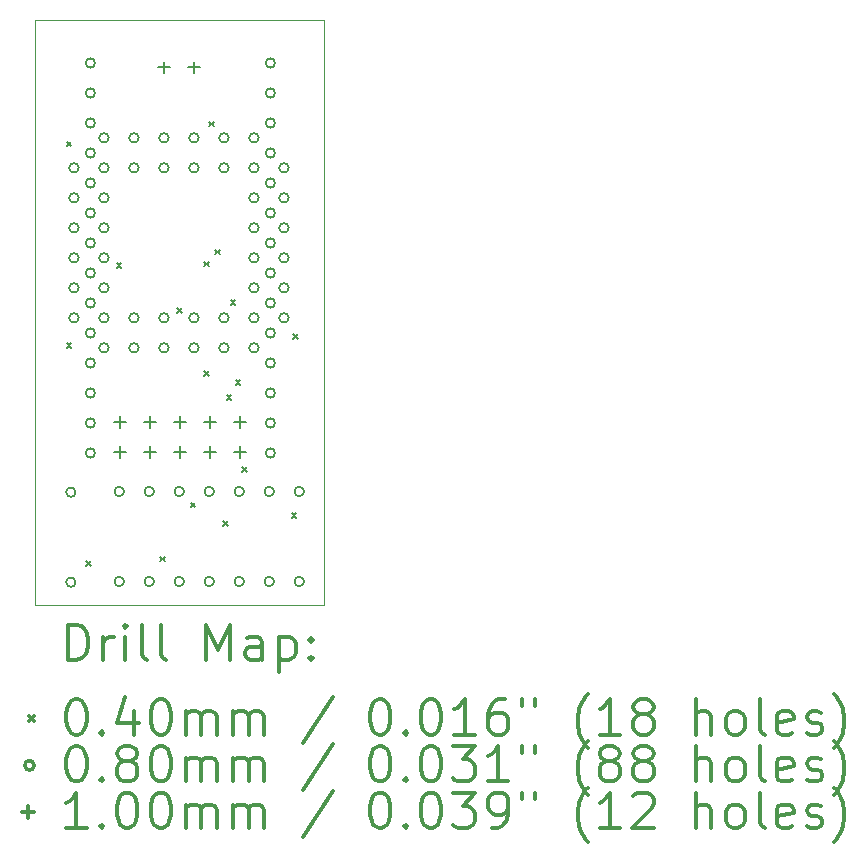
<source format=gbr>
%FSLAX45Y45*%
G04 Gerber Fmt 4.5, Leading zero omitted, Abs format (unit mm)*
G04 Created by KiCad (PCBNEW (5.1.9)-1) date 2024-03-30 13:17:29*
%MOMM*%
%LPD*%
G01*
G04 APERTURE LIST*
%TA.AperFunction,Profile*%
%ADD10C,0.050000*%
%TD*%
%ADD11C,0.200000*%
%ADD12C,0.300000*%
G04 APERTURE END LIST*
D10*
X16000000Y-9900000D02*
X13550000Y-9900000D01*
X16000000Y-14850000D02*
X16000000Y-9900000D01*
X13550000Y-14850000D02*
X16000000Y-14850000D01*
X13550000Y-9900000D02*
X13550000Y-14850000D01*
D11*
X13822680Y-12632370D02*
X13862680Y-12672370D01*
X13862680Y-12632370D02*
X13822680Y-12672370D01*
X13822830Y-10927850D02*
X13862830Y-10967850D01*
X13862830Y-10927850D02*
X13822830Y-10967850D01*
X13985000Y-14482500D02*
X14025000Y-14522500D01*
X14025000Y-14482500D02*
X13985000Y-14522500D01*
X14245000Y-11954050D02*
X14285000Y-11994050D01*
X14285000Y-11954050D02*
X14245000Y-11994050D01*
X14615000Y-14442500D02*
X14655000Y-14482500D01*
X14655000Y-14442500D02*
X14615000Y-14482500D01*
X14758170Y-12335780D02*
X14798170Y-12375780D01*
X14798170Y-12335780D02*
X14758170Y-12375780D01*
X14872500Y-13985000D02*
X14912500Y-14025000D01*
X14912500Y-13985000D02*
X14872500Y-14025000D01*
X14983660Y-11942800D02*
X15023660Y-11982800D01*
X15023660Y-11942800D02*
X14983660Y-11982800D01*
X14987500Y-12872500D02*
X15027500Y-12912500D01*
X15027500Y-12872500D02*
X14987500Y-12912500D01*
X15028710Y-10757420D02*
X15068710Y-10797420D01*
X15068710Y-10757420D02*
X15028710Y-10797420D01*
X15080270Y-11841740D02*
X15120270Y-11881740D01*
X15120270Y-11841740D02*
X15080270Y-11881740D01*
X15147500Y-14142500D02*
X15187500Y-14182500D01*
X15187500Y-14142500D02*
X15147500Y-14182500D01*
X15177500Y-13072500D02*
X15217500Y-13112500D01*
X15217500Y-13072500D02*
X15177500Y-13112500D01*
X15209320Y-12268200D02*
X15249320Y-12308200D01*
X15249320Y-12268200D02*
X15209320Y-12308200D01*
X15252500Y-12947500D02*
X15292500Y-12987500D01*
X15292500Y-12947500D02*
X15252500Y-12987500D01*
X15305000Y-13685497D02*
X15345000Y-13725497D01*
X15345000Y-13685497D02*
X15305000Y-13725497D01*
X15727500Y-14072500D02*
X15767500Y-14112500D01*
X15767500Y-14072500D02*
X15727500Y-14112500D01*
X15740910Y-12560040D02*
X15780910Y-12600040D01*
X15780910Y-12560040D02*
X15740910Y-12600040D01*
X13897500Y-13895500D02*
G75*
G03*
X13897500Y-13895500I-40000J0D01*
G01*
X13897500Y-14657500D02*
G75*
G03*
X13897500Y-14657500I-40000J0D01*
G01*
X13924000Y-11150000D02*
G75*
G03*
X13924000Y-11150000I-40000J0D01*
G01*
X13924000Y-11404000D02*
G75*
G03*
X13924000Y-11404000I-40000J0D01*
G01*
X13924000Y-11658000D02*
G75*
G03*
X13924000Y-11658000I-40000J0D01*
G01*
X13924000Y-11912000D02*
G75*
G03*
X13924000Y-11912000I-40000J0D01*
G01*
X13924000Y-12166000D02*
G75*
G03*
X13924000Y-12166000I-40000J0D01*
G01*
X13924000Y-12420000D02*
G75*
G03*
X13924000Y-12420000I-40000J0D01*
G01*
X14062760Y-10261700D02*
G75*
G03*
X14062760Y-10261700I-40000J0D01*
G01*
X14062760Y-10515700D02*
G75*
G03*
X14062760Y-10515700I-40000J0D01*
G01*
X14062760Y-10769700D02*
G75*
G03*
X14062760Y-10769700I-40000J0D01*
G01*
X14062760Y-11023700D02*
G75*
G03*
X14062760Y-11023700I-40000J0D01*
G01*
X14062760Y-11277700D02*
G75*
G03*
X14062760Y-11277700I-40000J0D01*
G01*
X14062760Y-11531700D02*
G75*
G03*
X14062760Y-11531700I-40000J0D01*
G01*
X14062760Y-11785700D02*
G75*
G03*
X14062760Y-11785700I-40000J0D01*
G01*
X14062760Y-12039700D02*
G75*
G03*
X14062760Y-12039700I-40000J0D01*
G01*
X14062760Y-12293700D02*
G75*
G03*
X14062760Y-12293700I-40000J0D01*
G01*
X14062760Y-12547700D02*
G75*
G03*
X14062760Y-12547700I-40000J0D01*
G01*
X14062760Y-12801700D02*
G75*
G03*
X14062760Y-12801700I-40000J0D01*
G01*
X14062760Y-13055700D02*
G75*
G03*
X14062760Y-13055700I-40000J0D01*
G01*
X14062760Y-13309700D02*
G75*
G03*
X14062760Y-13309700I-40000J0D01*
G01*
X14062760Y-13563700D02*
G75*
G03*
X14062760Y-13563700I-40000J0D01*
G01*
X14178000Y-10896000D02*
G75*
G03*
X14178000Y-10896000I-40000J0D01*
G01*
X14178000Y-11150000D02*
G75*
G03*
X14178000Y-11150000I-40000J0D01*
G01*
X14178000Y-11404000D02*
G75*
G03*
X14178000Y-11404000I-40000J0D01*
G01*
X14178000Y-11658000D02*
G75*
G03*
X14178000Y-11658000I-40000J0D01*
G01*
X14178000Y-11912000D02*
G75*
G03*
X14178000Y-11912000I-40000J0D01*
G01*
X14178000Y-12166000D02*
G75*
G03*
X14178000Y-12166000I-40000J0D01*
G01*
X14178000Y-12420000D02*
G75*
G03*
X14178000Y-12420000I-40000J0D01*
G01*
X14178000Y-12674000D02*
G75*
G03*
X14178000Y-12674000I-40000J0D01*
G01*
X14307500Y-13890500D02*
G75*
G03*
X14307500Y-13890500I-40000J0D01*
G01*
X14307500Y-14652500D02*
G75*
G03*
X14307500Y-14652500I-40000J0D01*
G01*
X14432000Y-10896000D02*
G75*
G03*
X14432000Y-10896000I-40000J0D01*
G01*
X14432000Y-11150000D02*
G75*
G03*
X14432000Y-11150000I-40000J0D01*
G01*
X14432000Y-12420000D02*
G75*
G03*
X14432000Y-12420000I-40000J0D01*
G01*
X14432000Y-12674000D02*
G75*
G03*
X14432000Y-12674000I-40000J0D01*
G01*
X14561500Y-13890500D02*
G75*
G03*
X14561500Y-13890500I-40000J0D01*
G01*
X14561500Y-14652500D02*
G75*
G03*
X14561500Y-14652500I-40000J0D01*
G01*
X14686000Y-10896000D02*
G75*
G03*
X14686000Y-10896000I-40000J0D01*
G01*
X14686000Y-11150000D02*
G75*
G03*
X14686000Y-11150000I-40000J0D01*
G01*
X14686000Y-12420000D02*
G75*
G03*
X14686000Y-12420000I-40000J0D01*
G01*
X14686000Y-12674000D02*
G75*
G03*
X14686000Y-12674000I-40000J0D01*
G01*
X14815500Y-13890500D02*
G75*
G03*
X14815500Y-13890500I-40000J0D01*
G01*
X14815500Y-14652500D02*
G75*
G03*
X14815500Y-14652500I-40000J0D01*
G01*
X14940000Y-10896000D02*
G75*
G03*
X14940000Y-10896000I-40000J0D01*
G01*
X14940000Y-11150000D02*
G75*
G03*
X14940000Y-11150000I-40000J0D01*
G01*
X14940000Y-12420000D02*
G75*
G03*
X14940000Y-12420000I-40000J0D01*
G01*
X14940000Y-12674000D02*
G75*
G03*
X14940000Y-12674000I-40000J0D01*
G01*
X15069500Y-13890500D02*
G75*
G03*
X15069500Y-13890500I-40000J0D01*
G01*
X15069500Y-14652500D02*
G75*
G03*
X15069500Y-14652500I-40000J0D01*
G01*
X15194000Y-10896000D02*
G75*
G03*
X15194000Y-10896000I-40000J0D01*
G01*
X15194000Y-11150000D02*
G75*
G03*
X15194000Y-11150000I-40000J0D01*
G01*
X15194000Y-12420000D02*
G75*
G03*
X15194000Y-12420000I-40000J0D01*
G01*
X15194000Y-12674000D02*
G75*
G03*
X15194000Y-12674000I-40000J0D01*
G01*
X15323500Y-13890500D02*
G75*
G03*
X15323500Y-13890500I-40000J0D01*
G01*
X15323500Y-14652500D02*
G75*
G03*
X15323500Y-14652500I-40000J0D01*
G01*
X15448000Y-10896000D02*
G75*
G03*
X15448000Y-10896000I-40000J0D01*
G01*
X15448000Y-11150000D02*
G75*
G03*
X15448000Y-11150000I-40000J0D01*
G01*
X15448000Y-11404000D02*
G75*
G03*
X15448000Y-11404000I-40000J0D01*
G01*
X15448000Y-11658000D02*
G75*
G03*
X15448000Y-11658000I-40000J0D01*
G01*
X15448000Y-11912000D02*
G75*
G03*
X15448000Y-11912000I-40000J0D01*
G01*
X15448000Y-12166000D02*
G75*
G03*
X15448000Y-12166000I-40000J0D01*
G01*
X15448000Y-12420000D02*
G75*
G03*
X15448000Y-12420000I-40000J0D01*
G01*
X15448000Y-12674000D02*
G75*
G03*
X15448000Y-12674000I-40000J0D01*
G01*
X15577500Y-13890500D02*
G75*
G03*
X15577500Y-13890500I-40000J0D01*
G01*
X15577500Y-14652500D02*
G75*
G03*
X15577500Y-14652500I-40000J0D01*
G01*
X15586760Y-10261700D02*
G75*
G03*
X15586760Y-10261700I-40000J0D01*
G01*
X15586760Y-10515700D02*
G75*
G03*
X15586760Y-10515700I-40000J0D01*
G01*
X15586760Y-10769700D02*
G75*
G03*
X15586760Y-10769700I-40000J0D01*
G01*
X15586760Y-11023700D02*
G75*
G03*
X15586760Y-11023700I-40000J0D01*
G01*
X15586760Y-11277700D02*
G75*
G03*
X15586760Y-11277700I-40000J0D01*
G01*
X15586760Y-11531700D02*
G75*
G03*
X15586760Y-11531700I-40000J0D01*
G01*
X15586760Y-11785700D02*
G75*
G03*
X15586760Y-11785700I-40000J0D01*
G01*
X15586760Y-12039700D02*
G75*
G03*
X15586760Y-12039700I-40000J0D01*
G01*
X15586760Y-12293700D02*
G75*
G03*
X15586760Y-12293700I-40000J0D01*
G01*
X15586760Y-12547700D02*
G75*
G03*
X15586760Y-12547700I-40000J0D01*
G01*
X15586760Y-12801700D02*
G75*
G03*
X15586760Y-12801700I-40000J0D01*
G01*
X15586760Y-13055700D02*
G75*
G03*
X15586760Y-13055700I-40000J0D01*
G01*
X15586760Y-13309700D02*
G75*
G03*
X15586760Y-13309700I-40000J0D01*
G01*
X15586760Y-13563700D02*
G75*
G03*
X15586760Y-13563700I-40000J0D01*
G01*
X15702000Y-11150000D02*
G75*
G03*
X15702000Y-11150000I-40000J0D01*
G01*
X15702000Y-11404000D02*
G75*
G03*
X15702000Y-11404000I-40000J0D01*
G01*
X15702000Y-11658000D02*
G75*
G03*
X15702000Y-11658000I-40000J0D01*
G01*
X15702000Y-11912000D02*
G75*
G03*
X15702000Y-11912000I-40000J0D01*
G01*
X15702000Y-12166000D02*
G75*
G03*
X15702000Y-12166000I-40000J0D01*
G01*
X15702000Y-12420000D02*
G75*
G03*
X15702000Y-12420000I-40000J0D01*
G01*
X15831500Y-13890500D02*
G75*
G03*
X15831500Y-13890500I-40000J0D01*
G01*
X15831500Y-14652500D02*
G75*
G03*
X15831500Y-14652500I-40000J0D01*
G01*
X14271000Y-13250000D02*
X14271000Y-13350000D01*
X14221000Y-13300000D02*
X14321000Y-13300000D01*
X14271000Y-13504000D02*
X14271000Y-13604000D01*
X14221000Y-13554000D02*
X14321000Y-13554000D01*
X14525000Y-13250000D02*
X14525000Y-13350000D01*
X14475000Y-13300000D02*
X14575000Y-13300000D01*
X14525000Y-13504000D02*
X14525000Y-13604000D01*
X14475000Y-13554000D02*
X14575000Y-13554000D01*
X14646000Y-10250000D02*
X14646000Y-10350000D01*
X14596000Y-10300000D02*
X14696000Y-10300000D01*
X14779000Y-13250000D02*
X14779000Y-13350000D01*
X14729000Y-13300000D02*
X14829000Y-13300000D01*
X14779000Y-13504000D02*
X14779000Y-13604000D01*
X14729000Y-13554000D02*
X14829000Y-13554000D01*
X14900000Y-10250000D02*
X14900000Y-10350000D01*
X14850000Y-10300000D02*
X14950000Y-10300000D01*
X15033000Y-13250000D02*
X15033000Y-13350000D01*
X14983000Y-13300000D02*
X15083000Y-13300000D01*
X15033000Y-13504000D02*
X15033000Y-13604000D01*
X14983000Y-13554000D02*
X15083000Y-13554000D01*
X15287000Y-13250000D02*
X15287000Y-13350000D01*
X15237000Y-13300000D02*
X15337000Y-13300000D01*
X15287000Y-13504000D02*
X15287000Y-13604000D01*
X15237000Y-13554000D02*
X15337000Y-13554000D01*
D12*
X13833928Y-15318214D02*
X13833928Y-15018214D01*
X13905357Y-15018214D01*
X13948214Y-15032500D01*
X13976786Y-15061071D01*
X13991071Y-15089643D01*
X14005357Y-15146786D01*
X14005357Y-15189643D01*
X13991071Y-15246786D01*
X13976786Y-15275357D01*
X13948214Y-15303929D01*
X13905357Y-15318214D01*
X13833928Y-15318214D01*
X14133928Y-15318214D02*
X14133928Y-15118214D01*
X14133928Y-15175357D02*
X14148214Y-15146786D01*
X14162500Y-15132500D01*
X14191071Y-15118214D01*
X14219643Y-15118214D01*
X14319643Y-15318214D02*
X14319643Y-15118214D01*
X14319643Y-15018214D02*
X14305357Y-15032500D01*
X14319643Y-15046786D01*
X14333928Y-15032500D01*
X14319643Y-15018214D01*
X14319643Y-15046786D01*
X14505357Y-15318214D02*
X14476786Y-15303929D01*
X14462500Y-15275357D01*
X14462500Y-15018214D01*
X14662500Y-15318214D02*
X14633928Y-15303929D01*
X14619643Y-15275357D01*
X14619643Y-15018214D01*
X15005357Y-15318214D02*
X15005357Y-15018214D01*
X15105357Y-15232500D01*
X15205357Y-15018214D01*
X15205357Y-15318214D01*
X15476786Y-15318214D02*
X15476786Y-15161071D01*
X15462500Y-15132500D01*
X15433928Y-15118214D01*
X15376786Y-15118214D01*
X15348214Y-15132500D01*
X15476786Y-15303929D02*
X15448214Y-15318214D01*
X15376786Y-15318214D01*
X15348214Y-15303929D01*
X15333928Y-15275357D01*
X15333928Y-15246786D01*
X15348214Y-15218214D01*
X15376786Y-15203929D01*
X15448214Y-15203929D01*
X15476786Y-15189643D01*
X15619643Y-15118214D02*
X15619643Y-15418214D01*
X15619643Y-15132500D02*
X15648214Y-15118214D01*
X15705357Y-15118214D01*
X15733928Y-15132500D01*
X15748214Y-15146786D01*
X15762500Y-15175357D01*
X15762500Y-15261071D01*
X15748214Y-15289643D01*
X15733928Y-15303929D01*
X15705357Y-15318214D01*
X15648214Y-15318214D01*
X15619643Y-15303929D01*
X15891071Y-15289643D02*
X15905357Y-15303929D01*
X15891071Y-15318214D01*
X15876786Y-15303929D01*
X15891071Y-15289643D01*
X15891071Y-15318214D01*
X15891071Y-15132500D02*
X15905357Y-15146786D01*
X15891071Y-15161071D01*
X15876786Y-15146786D01*
X15891071Y-15132500D01*
X15891071Y-15161071D01*
X13507500Y-15792500D02*
X13547500Y-15832500D01*
X13547500Y-15792500D02*
X13507500Y-15832500D01*
X13891071Y-15648214D02*
X13919643Y-15648214D01*
X13948214Y-15662500D01*
X13962500Y-15676786D01*
X13976786Y-15705357D01*
X13991071Y-15762500D01*
X13991071Y-15833929D01*
X13976786Y-15891071D01*
X13962500Y-15919643D01*
X13948214Y-15933929D01*
X13919643Y-15948214D01*
X13891071Y-15948214D01*
X13862500Y-15933929D01*
X13848214Y-15919643D01*
X13833928Y-15891071D01*
X13819643Y-15833929D01*
X13819643Y-15762500D01*
X13833928Y-15705357D01*
X13848214Y-15676786D01*
X13862500Y-15662500D01*
X13891071Y-15648214D01*
X14119643Y-15919643D02*
X14133928Y-15933929D01*
X14119643Y-15948214D01*
X14105357Y-15933929D01*
X14119643Y-15919643D01*
X14119643Y-15948214D01*
X14391071Y-15748214D02*
X14391071Y-15948214D01*
X14319643Y-15633929D02*
X14248214Y-15848214D01*
X14433928Y-15848214D01*
X14605357Y-15648214D02*
X14633928Y-15648214D01*
X14662500Y-15662500D01*
X14676786Y-15676786D01*
X14691071Y-15705357D01*
X14705357Y-15762500D01*
X14705357Y-15833929D01*
X14691071Y-15891071D01*
X14676786Y-15919643D01*
X14662500Y-15933929D01*
X14633928Y-15948214D01*
X14605357Y-15948214D01*
X14576786Y-15933929D01*
X14562500Y-15919643D01*
X14548214Y-15891071D01*
X14533928Y-15833929D01*
X14533928Y-15762500D01*
X14548214Y-15705357D01*
X14562500Y-15676786D01*
X14576786Y-15662500D01*
X14605357Y-15648214D01*
X14833928Y-15948214D02*
X14833928Y-15748214D01*
X14833928Y-15776786D02*
X14848214Y-15762500D01*
X14876786Y-15748214D01*
X14919643Y-15748214D01*
X14948214Y-15762500D01*
X14962500Y-15791071D01*
X14962500Y-15948214D01*
X14962500Y-15791071D02*
X14976786Y-15762500D01*
X15005357Y-15748214D01*
X15048214Y-15748214D01*
X15076786Y-15762500D01*
X15091071Y-15791071D01*
X15091071Y-15948214D01*
X15233928Y-15948214D02*
X15233928Y-15748214D01*
X15233928Y-15776786D02*
X15248214Y-15762500D01*
X15276786Y-15748214D01*
X15319643Y-15748214D01*
X15348214Y-15762500D01*
X15362500Y-15791071D01*
X15362500Y-15948214D01*
X15362500Y-15791071D02*
X15376786Y-15762500D01*
X15405357Y-15748214D01*
X15448214Y-15748214D01*
X15476786Y-15762500D01*
X15491071Y-15791071D01*
X15491071Y-15948214D01*
X16076786Y-15633929D02*
X15819643Y-16019643D01*
X16462500Y-15648214D02*
X16491071Y-15648214D01*
X16519643Y-15662500D01*
X16533928Y-15676786D01*
X16548214Y-15705357D01*
X16562500Y-15762500D01*
X16562500Y-15833929D01*
X16548214Y-15891071D01*
X16533928Y-15919643D01*
X16519643Y-15933929D01*
X16491071Y-15948214D01*
X16462500Y-15948214D01*
X16433928Y-15933929D01*
X16419643Y-15919643D01*
X16405357Y-15891071D01*
X16391071Y-15833929D01*
X16391071Y-15762500D01*
X16405357Y-15705357D01*
X16419643Y-15676786D01*
X16433928Y-15662500D01*
X16462500Y-15648214D01*
X16691071Y-15919643D02*
X16705357Y-15933929D01*
X16691071Y-15948214D01*
X16676786Y-15933929D01*
X16691071Y-15919643D01*
X16691071Y-15948214D01*
X16891071Y-15648214D02*
X16919643Y-15648214D01*
X16948214Y-15662500D01*
X16962500Y-15676786D01*
X16976786Y-15705357D01*
X16991071Y-15762500D01*
X16991071Y-15833929D01*
X16976786Y-15891071D01*
X16962500Y-15919643D01*
X16948214Y-15933929D01*
X16919643Y-15948214D01*
X16891071Y-15948214D01*
X16862500Y-15933929D01*
X16848214Y-15919643D01*
X16833928Y-15891071D01*
X16819643Y-15833929D01*
X16819643Y-15762500D01*
X16833928Y-15705357D01*
X16848214Y-15676786D01*
X16862500Y-15662500D01*
X16891071Y-15648214D01*
X17276786Y-15948214D02*
X17105357Y-15948214D01*
X17191071Y-15948214D02*
X17191071Y-15648214D01*
X17162500Y-15691071D01*
X17133928Y-15719643D01*
X17105357Y-15733929D01*
X17533928Y-15648214D02*
X17476786Y-15648214D01*
X17448214Y-15662500D01*
X17433928Y-15676786D01*
X17405357Y-15719643D01*
X17391071Y-15776786D01*
X17391071Y-15891071D01*
X17405357Y-15919643D01*
X17419643Y-15933929D01*
X17448214Y-15948214D01*
X17505357Y-15948214D01*
X17533928Y-15933929D01*
X17548214Y-15919643D01*
X17562500Y-15891071D01*
X17562500Y-15819643D01*
X17548214Y-15791071D01*
X17533928Y-15776786D01*
X17505357Y-15762500D01*
X17448214Y-15762500D01*
X17419643Y-15776786D01*
X17405357Y-15791071D01*
X17391071Y-15819643D01*
X17676786Y-15648214D02*
X17676786Y-15705357D01*
X17791071Y-15648214D02*
X17791071Y-15705357D01*
X18233928Y-16062500D02*
X18219643Y-16048214D01*
X18191071Y-16005357D01*
X18176786Y-15976786D01*
X18162500Y-15933929D01*
X18148214Y-15862500D01*
X18148214Y-15805357D01*
X18162500Y-15733929D01*
X18176786Y-15691071D01*
X18191071Y-15662500D01*
X18219643Y-15619643D01*
X18233928Y-15605357D01*
X18505357Y-15948214D02*
X18333928Y-15948214D01*
X18419643Y-15948214D02*
X18419643Y-15648214D01*
X18391071Y-15691071D01*
X18362500Y-15719643D01*
X18333928Y-15733929D01*
X18676786Y-15776786D02*
X18648214Y-15762500D01*
X18633928Y-15748214D01*
X18619643Y-15719643D01*
X18619643Y-15705357D01*
X18633928Y-15676786D01*
X18648214Y-15662500D01*
X18676786Y-15648214D01*
X18733928Y-15648214D01*
X18762500Y-15662500D01*
X18776786Y-15676786D01*
X18791071Y-15705357D01*
X18791071Y-15719643D01*
X18776786Y-15748214D01*
X18762500Y-15762500D01*
X18733928Y-15776786D01*
X18676786Y-15776786D01*
X18648214Y-15791071D01*
X18633928Y-15805357D01*
X18619643Y-15833929D01*
X18619643Y-15891071D01*
X18633928Y-15919643D01*
X18648214Y-15933929D01*
X18676786Y-15948214D01*
X18733928Y-15948214D01*
X18762500Y-15933929D01*
X18776786Y-15919643D01*
X18791071Y-15891071D01*
X18791071Y-15833929D01*
X18776786Y-15805357D01*
X18762500Y-15791071D01*
X18733928Y-15776786D01*
X19148214Y-15948214D02*
X19148214Y-15648214D01*
X19276786Y-15948214D02*
X19276786Y-15791071D01*
X19262500Y-15762500D01*
X19233928Y-15748214D01*
X19191071Y-15748214D01*
X19162500Y-15762500D01*
X19148214Y-15776786D01*
X19462500Y-15948214D02*
X19433928Y-15933929D01*
X19419643Y-15919643D01*
X19405357Y-15891071D01*
X19405357Y-15805357D01*
X19419643Y-15776786D01*
X19433928Y-15762500D01*
X19462500Y-15748214D01*
X19505357Y-15748214D01*
X19533928Y-15762500D01*
X19548214Y-15776786D01*
X19562500Y-15805357D01*
X19562500Y-15891071D01*
X19548214Y-15919643D01*
X19533928Y-15933929D01*
X19505357Y-15948214D01*
X19462500Y-15948214D01*
X19733928Y-15948214D02*
X19705357Y-15933929D01*
X19691071Y-15905357D01*
X19691071Y-15648214D01*
X19962500Y-15933929D02*
X19933928Y-15948214D01*
X19876786Y-15948214D01*
X19848214Y-15933929D01*
X19833928Y-15905357D01*
X19833928Y-15791071D01*
X19848214Y-15762500D01*
X19876786Y-15748214D01*
X19933928Y-15748214D01*
X19962500Y-15762500D01*
X19976786Y-15791071D01*
X19976786Y-15819643D01*
X19833928Y-15848214D01*
X20091071Y-15933929D02*
X20119643Y-15948214D01*
X20176786Y-15948214D01*
X20205357Y-15933929D01*
X20219643Y-15905357D01*
X20219643Y-15891071D01*
X20205357Y-15862500D01*
X20176786Y-15848214D01*
X20133928Y-15848214D01*
X20105357Y-15833929D01*
X20091071Y-15805357D01*
X20091071Y-15791071D01*
X20105357Y-15762500D01*
X20133928Y-15748214D01*
X20176786Y-15748214D01*
X20205357Y-15762500D01*
X20319643Y-16062500D02*
X20333928Y-16048214D01*
X20362500Y-16005357D01*
X20376786Y-15976786D01*
X20391071Y-15933929D01*
X20405357Y-15862500D01*
X20405357Y-15805357D01*
X20391071Y-15733929D01*
X20376786Y-15691071D01*
X20362500Y-15662500D01*
X20333928Y-15619643D01*
X20319643Y-15605357D01*
X13547500Y-16208500D02*
G75*
G03*
X13547500Y-16208500I-40000J0D01*
G01*
X13891071Y-16044214D02*
X13919643Y-16044214D01*
X13948214Y-16058500D01*
X13962500Y-16072786D01*
X13976786Y-16101357D01*
X13991071Y-16158500D01*
X13991071Y-16229929D01*
X13976786Y-16287071D01*
X13962500Y-16315643D01*
X13948214Y-16329929D01*
X13919643Y-16344214D01*
X13891071Y-16344214D01*
X13862500Y-16329929D01*
X13848214Y-16315643D01*
X13833928Y-16287071D01*
X13819643Y-16229929D01*
X13819643Y-16158500D01*
X13833928Y-16101357D01*
X13848214Y-16072786D01*
X13862500Y-16058500D01*
X13891071Y-16044214D01*
X14119643Y-16315643D02*
X14133928Y-16329929D01*
X14119643Y-16344214D01*
X14105357Y-16329929D01*
X14119643Y-16315643D01*
X14119643Y-16344214D01*
X14305357Y-16172786D02*
X14276786Y-16158500D01*
X14262500Y-16144214D01*
X14248214Y-16115643D01*
X14248214Y-16101357D01*
X14262500Y-16072786D01*
X14276786Y-16058500D01*
X14305357Y-16044214D01*
X14362500Y-16044214D01*
X14391071Y-16058500D01*
X14405357Y-16072786D01*
X14419643Y-16101357D01*
X14419643Y-16115643D01*
X14405357Y-16144214D01*
X14391071Y-16158500D01*
X14362500Y-16172786D01*
X14305357Y-16172786D01*
X14276786Y-16187071D01*
X14262500Y-16201357D01*
X14248214Y-16229929D01*
X14248214Y-16287071D01*
X14262500Y-16315643D01*
X14276786Y-16329929D01*
X14305357Y-16344214D01*
X14362500Y-16344214D01*
X14391071Y-16329929D01*
X14405357Y-16315643D01*
X14419643Y-16287071D01*
X14419643Y-16229929D01*
X14405357Y-16201357D01*
X14391071Y-16187071D01*
X14362500Y-16172786D01*
X14605357Y-16044214D02*
X14633928Y-16044214D01*
X14662500Y-16058500D01*
X14676786Y-16072786D01*
X14691071Y-16101357D01*
X14705357Y-16158500D01*
X14705357Y-16229929D01*
X14691071Y-16287071D01*
X14676786Y-16315643D01*
X14662500Y-16329929D01*
X14633928Y-16344214D01*
X14605357Y-16344214D01*
X14576786Y-16329929D01*
X14562500Y-16315643D01*
X14548214Y-16287071D01*
X14533928Y-16229929D01*
X14533928Y-16158500D01*
X14548214Y-16101357D01*
X14562500Y-16072786D01*
X14576786Y-16058500D01*
X14605357Y-16044214D01*
X14833928Y-16344214D02*
X14833928Y-16144214D01*
X14833928Y-16172786D02*
X14848214Y-16158500D01*
X14876786Y-16144214D01*
X14919643Y-16144214D01*
X14948214Y-16158500D01*
X14962500Y-16187071D01*
X14962500Y-16344214D01*
X14962500Y-16187071D02*
X14976786Y-16158500D01*
X15005357Y-16144214D01*
X15048214Y-16144214D01*
X15076786Y-16158500D01*
X15091071Y-16187071D01*
X15091071Y-16344214D01*
X15233928Y-16344214D02*
X15233928Y-16144214D01*
X15233928Y-16172786D02*
X15248214Y-16158500D01*
X15276786Y-16144214D01*
X15319643Y-16144214D01*
X15348214Y-16158500D01*
X15362500Y-16187071D01*
X15362500Y-16344214D01*
X15362500Y-16187071D02*
X15376786Y-16158500D01*
X15405357Y-16144214D01*
X15448214Y-16144214D01*
X15476786Y-16158500D01*
X15491071Y-16187071D01*
X15491071Y-16344214D01*
X16076786Y-16029929D02*
X15819643Y-16415643D01*
X16462500Y-16044214D02*
X16491071Y-16044214D01*
X16519643Y-16058500D01*
X16533928Y-16072786D01*
X16548214Y-16101357D01*
X16562500Y-16158500D01*
X16562500Y-16229929D01*
X16548214Y-16287071D01*
X16533928Y-16315643D01*
X16519643Y-16329929D01*
X16491071Y-16344214D01*
X16462500Y-16344214D01*
X16433928Y-16329929D01*
X16419643Y-16315643D01*
X16405357Y-16287071D01*
X16391071Y-16229929D01*
X16391071Y-16158500D01*
X16405357Y-16101357D01*
X16419643Y-16072786D01*
X16433928Y-16058500D01*
X16462500Y-16044214D01*
X16691071Y-16315643D02*
X16705357Y-16329929D01*
X16691071Y-16344214D01*
X16676786Y-16329929D01*
X16691071Y-16315643D01*
X16691071Y-16344214D01*
X16891071Y-16044214D02*
X16919643Y-16044214D01*
X16948214Y-16058500D01*
X16962500Y-16072786D01*
X16976786Y-16101357D01*
X16991071Y-16158500D01*
X16991071Y-16229929D01*
X16976786Y-16287071D01*
X16962500Y-16315643D01*
X16948214Y-16329929D01*
X16919643Y-16344214D01*
X16891071Y-16344214D01*
X16862500Y-16329929D01*
X16848214Y-16315643D01*
X16833928Y-16287071D01*
X16819643Y-16229929D01*
X16819643Y-16158500D01*
X16833928Y-16101357D01*
X16848214Y-16072786D01*
X16862500Y-16058500D01*
X16891071Y-16044214D01*
X17091071Y-16044214D02*
X17276786Y-16044214D01*
X17176786Y-16158500D01*
X17219643Y-16158500D01*
X17248214Y-16172786D01*
X17262500Y-16187071D01*
X17276786Y-16215643D01*
X17276786Y-16287071D01*
X17262500Y-16315643D01*
X17248214Y-16329929D01*
X17219643Y-16344214D01*
X17133928Y-16344214D01*
X17105357Y-16329929D01*
X17091071Y-16315643D01*
X17562500Y-16344214D02*
X17391071Y-16344214D01*
X17476786Y-16344214D02*
X17476786Y-16044214D01*
X17448214Y-16087071D01*
X17419643Y-16115643D01*
X17391071Y-16129929D01*
X17676786Y-16044214D02*
X17676786Y-16101357D01*
X17791071Y-16044214D02*
X17791071Y-16101357D01*
X18233928Y-16458500D02*
X18219643Y-16444214D01*
X18191071Y-16401357D01*
X18176786Y-16372786D01*
X18162500Y-16329929D01*
X18148214Y-16258500D01*
X18148214Y-16201357D01*
X18162500Y-16129929D01*
X18176786Y-16087071D01*
X18191071Y-16058500D01*
X18219643Y-16015643D01*
X18233928Y-16001357D01*
X18391071Y-16172786D02*
X18362500Y-16158500D01*
X18348214Y-16144214D01*
X18333928Y-16115643D01*
X18333928Y-16101357D01*
X18348214Y-16072786D01*
X18362500Y-16058500D01*
X18391071Y-16044214D01*
X18448214Y-16044214D01*
X18476786Y-16058500D01*
X18491071Y-16072786D01*
X18505357Y-16101357D01*
X18505357Y-16115643D01*
X18491071Y-16144214D01*
X18476786Y-16158500D01*
X18448214Y-16172786D01*
X18391071Y-16172786D01*
X18362500Y-16187071D01*
X18348214Y-16201357D01*
X18333928Y-16229929D01*
X18333928Y-16287071D01*
X18348214Y-16315643D01*
X18362500Y-16329929D01*
X18391071Y-16344214D01*
X18448214Y-16344214D01*
X18476786Y-16329929D01*
X18491071Y-16315643D01*
X18505357Y-16287071D01*
X18505357Y-16229929D01*
X18491071Y-16201357D01*
X18476786Y-16187071D01*
X18448214Y-16172786D01*
X18676786Y-16172786D02*
X18648214Y-16158500D01*
X18633928Y-16144214D01*
X18619643Y-16115643D01*
X18619643Y-16101357D01*
X18633928Y-16072786D01*
X18648214Y-16058500D01*
X18676786Y-16044214D01*
X18733928Y-16044214D01*
X18762500Y-16058500D01*
X18776786Y-16072786D01*
X18791071Y-16101357D01*
X18791071Y-16115643D01*
X18776786Y-16144214D01*
X18762500Y-16158500D01*
X18733928Y-16172786D01*
X18676786Y-16172786D01*
X18648214Y-16187071D01*
X18633928Y-16201357D01*
X18619643Y-16229929D01*
X18619643Y-16287071D01*
X18633928Y-16315643D01*
X18648214Y-16329929D01*
X18676786Y-16344214D01*
X18733928Y-16344214D01*
X18762500Y-16329929D01*
X18776786Y-16315643D01*
X18791071Y-16287071D01*
X18791071Y-16229929D01*
X18776786Y-16201357D01*
X18762500Y-16187071D01*
X18733928Y-16172786D01*
X19148214Y-16344214D02*
X19148214Y-16044214D01*
X19276786Y-16344214D02*
X19276786Y-16187071D01*
X19262500Y-16158500D01*
X19233928Y-16144214D01*
X19191071Y-16144214D01*
X19162500Y-16158500D01*
X19148214Y-16172786D01*
X19462500Y-16344214D02*
X19433928Y-16329929D01*
X19419643Y-16315643D01*
X19405357Y-16287071D01*
X19405357Y-16201357D01*
X19419643Y-16172786D01*
X19433928Y-16158500D01*
X19462500Y-16144214D01*
X19505357Y-16144214D01*
X19533928Y-16158500D01*
X19548214Y-16172786D01*
X19562500Y-16201357D01*
X19562500Y-16287071D01*
X19548214Y-16315643D01*
X19533928Y-16329929D01*
X19505357Y-16344214D01*
X19462500Y-16344214D01*
X19733928Y-16344214D02*
X19705357Y-16329929D01*
X19691071Y-16301357D01*
X19691071Y-16044214D01*
X19962500Y-16329929D02*
X19933928Y-16344214D01*
X19876786Y-16344214D01*
X19848214Y-16329929D01*
X19833928Y-16301357D01*
X19833928Y-16187071D01*
X19848214Y-16158500D01*
X19876786Y-16144214D01*
X19933928Y-16144214D01*
X19962500Y-16158500D01*
X19976786Y-16187071D01*
X19976786Y-16215643D01*
X19833928Y-16244214D01*
X20091071Y-16329929D02*
X20119643Y-16344214D01*
X20176786Y-16344214D01*
X20205357Y-16329929D01*
X20219643Y-16301357D01*
X20219643Y-16287071D01*
X20205357Y-16258500D01*
X20176786Y-16244214D01*
X20133928Y-16244214D01*
X20105357Y-16229929D01*
X20091071Y-16201357D01*
X20091071Y-16187071D01*
X20105357Y-16158500D01*
X20133928Y-16144214D01*
X20176786Y-16144214D01*
X20205357Y-16158500D01*
X20319643Y-16458500D02*
X20333928Y-16444214D01*
X20362500Y-16401357D01*
X20376786Y-16372786D01*
X20391071Y-16329929D01*
X20405357Y-16258500D01*
X20405357Y-16201357D01*
X20391071Y-16129929D01*
X20376786Y-16087071D01*
X20362500Y-16058500D01*
X20333928Y-16015643D01*
X20319643Y-16001357D01*
X13497500Y-16554500D02*
X13497500Y-16654500D01*
X13447500Y-16604500D02*
X13547500Y-16604500D01*
X13991071Y-16740214D02*
X13819643Y-16740214D01*
X13905357Y-16740214D02*
X13905357Y-16440214D01*
X13876786Y-16483071D01*
X13848214Y-16511643D01*
X13819643Y-16525929D01*
X14119643Y-16711643D02*
X14133928Y-16725929D01*
X14119643Y-16740214D01*
X14105357Y-16725929D01*
X14119643Y-16711643D01*
X14119643Y-16740214D01*
X14319643Y-16440214D02*
X14348214Y-16440214D01*
X14376786Y-16454500D01*
X14391071Y-16468786D01*
X14405357Y-16497357D01*
X14419643Y-16554500D01*
X14419643Y-16625929D01*
X14405357Y-16683071D01*
X14391071Y-16711643D01*
X14376786Y-16725929D01*
X14348214Y-16740214D01*
X14319643Y-16740214D01*
X14291071Y-16725929D01*
X14276786Y-16711643D01*
X14262500Y-16683071D01*
X14248214Y-16625929D01*
X14248214Y-16554500D01*
X14262500Y-16497357D01*
X14276786Y-16468786D01*
X14291071Y-16454500D01*
X14319643Y-16440214D01*
X14605357Y-16440214D02*
X14633928Y-16440214D01*
X14662500Y-16454500D01*
X14676786Y-16468786D01*
X14691071Y-16497357D01*
X14705357Y-16554500D01*
X14705357Y-16625929D01*
X14691071Y-16683071D01*
X14676786Y-16711643D01*
X14662500Y-16725929D01*
X14633928Y-16740214D01*
X14605357Y-16740214D01*
X14576786Y-16725929D01*
X14562500Y-16711643D01*
X14548214Y-16683071D01*
X14533928Y-16625929D01*
X14533928Y-16554500D01*
X14548214Y-16497357D01*
X14562500Y-16468786D01*
X14576786Y-16454500D01*
X14605357Y-16440214D01*
X14833928Y-16740214D02*
X14833928Y-16540214D01*
X14833928Y-16568786D02*
X14848214Y-16554500D01*
X14876786Y-16540214D01*
X14919643Y-16540214D01*
X14948214Y-16554500D01*
X14962500Y-16583071D01*
X14962500Y-16740214D01*
X14962500Y-16583071D02*
X14976786Y-16554500D01*
X15005357Y-16540214D01*
X15048214Y-16540214D01*
X15076786Y-16554500D01*
X15091071Y-16583071D01*
X15091071Y-16740214D01*
X15233928Y-16740214D02*
X15233928Y-16540214D01*
X15233928Y-16568786D02*
X15248214Y-16554500D01*
X15276786Y-16540214D01*
X15319643Y-16540214D01*
X15348214Y-16554500D01*
X15362500Y-16583071D01*
X15362500Y-16740214D01*
X15362500Y-16583071D02*
X15376786Y-16554500D01*
X15405357Y-16540214D01*
X15448214Y-16540214D01*
X15476786Y-16554500D01*
X15491071Y-16583071D01*
X15491071Y-16740214D01*
X16076786Y-16425929D02*
X15819643Y-16811643D01*
X16462500Y-16440214D02*
X16491071Y-16440214D01*
X16519643Y-16454500D01*
X16533928Y-16468786D01*
X16548214Y-16497357D01*
X16562500Y-16554500D01*
X16562500Y-16625929D01*
X16548214Y-16683071D01*
X16533928Y-16711643D01*
X16519643Y-16725929D01*
X16491071Y-16740214D01*
X16462500Y-16740214D01*
X16433928Y-16725929D01*
X16419643Y-16711643D01*
X16405357Y-16683071D01*
X16391071Y-16625929D01*
X16391071Y-16554500D01*
X16405357Y-16497357D01*
X16419643Y-16468786D01*
X16433928Y-16454500D01*
X16462500Y-16440214D01*
X16691071Y-16711643D02*
X16705357Y-16725929D01*
X16691071Y-16740214D01*
X16676786Y-16725929D01*
X16691071Y-16711643D01*
X16691071Y-16740214D01*
X16891071Y-16440214D02*
X16919643Y-16440214D01*
X16948214Y-16454500D01*
X16962500Y-16468786D01*
X16976786Y-16497357D01*
X16991071Y-16554500D01*
X16991071Y-16625929D01*
X16976786Y-16683071D01*
X16962500Y-16711643D01*
X16948214Y-16725929D01*
X16919643Y-16740214D01*
X16891071Y-16740214D01*
X16862500Y-16725929D01*
X16848214Y-16711643D01*
X16833928Y-16683071D01*
X16819643Y-16625929D01*
X16819643Y-16554500D01*
X16833928Y-16497357D01*
X16848214Y-16468786D01*
X16862500Y-16454500D01*
X16891071Y-16440214D01*
X17091071Y-16440214D02*
X17276786Y-16440214D01*
X17176786Y-16554500D01*
X17219643Y-16554500D01*
X17248214Y-16568786D01*
X17262500Y-16583071D01*
X17276786Y-16611643D01*
X17276786Y-16683071D01*
X17262500Y-16711643D01*
X17248214Y-16725929D01*
X17219643Y-16740214D01*
X17133928Y-16740214D01*
X17105357Y-16725929D01*
X17091071Y-16711643D01*
X17419643Y-16740214D02*
X17476786Y-16740214D01*
X17505357Y-16725929D01*
X17519643Y-16711643D01*
X17548214Y-16668786D01*
X17562500Y-16611643D01*
X17562500Y-16497357D01*
X17548214Y-16468786D01*
X17533928Y-16454500D01*
X17505357Y-16440214D01*
X17448214Y-16440214D01*
X17419643Y-16454500D01*
X17405357Y-16468786D01*
X17391071Y-16497357D01*
X17391071Y-16568786D01*
X17405357Y-16597357D01*
X17419643Y-16611643D01*
X17448214Y-16625929D01*
X17505357Y-16625929D01*
X17533928Y-16611643D01*
X17548214Y-16597357D01*
X17562500Y-16568786D01*
X17676786Y-16440214D02*
X17676786Y-16497357D01*
X17791071Y-16440214D02*
X17791071Y-16497357D01*
X18233928Y-16854500D02*
X18219643Y-16840214D01*
X18191071Y-16797357D01*
X18176786Y-16768786D01*
X18162500Y-16725929D01*
X18148214Y-16654500D01*
X18148214Y-16597357D01*
X18162500Y-16525929D01*
X18176786Y-16483071D01*
X18191071Y-16454500D01*
X18219643Y-16411643D01*
X18233928Y-16397357D01*
X18505357Y-16740214D02*
X18333928Y-16740214D01*
X18419643Y-16740214D02*
X18419643Y-16440214D01*
X18391071Y-16483071D01*
X18362500Y-16511643D01*
X18333928Y-16525929D01*
X18619643Y-16468786D02*
X18633928Y-16454500D01*
X18662500Y-16440214D01*
X18733928Y-16440214D01*
X18762500Y-16454500D01*
X18776786Y-16468786D01*
X18791071Y-16497357D01*
X18791071Y-16525929D01*
X18776786Y-16568786D01*
X18605357Y-16740214D01*
X18791071Y-16740214D01*
X19148214Y-16740214D02*
X19148214Y-16440214D01*
X19276786Y-16740214D02*
X19276786Y-16583071D01*
X19262500Y-16554500D01*
X19233928Y-16540214D01*
X19191071Y-16540214D01*
X19162500Y-16554500D01*
X19148214Y-16568786D01*
X19462500Y-16740214D02*
X19433928Y-16725929D01*
X19419643Y-16711643D01*
X19405357Y-16683071D01*
X19405357Y-16597357D01*
X19419643Y-16568786D01*
X19433928Y-16554500D01*
X19462500Y-16540214D01*
X19505357Y-16540214D01*
X19533928Y-16554500D01*
X19548214Y-16568786D01*
X19562500Y-16597357D01*
X19562500Y-16683071D01*
X19548214Y-16711643D01*
X19533928Y-16725929D01*
X19505357Y-16740214D01*
X19462500Y-16740214D01*
X19733928Y-16740214D02*
X19705357Y-16725929D01*
X19691071Y-16697357D01*
X19691071Y-16440214D01*
X19962500Y-16725929D02*
X19933928Y-16740214D01*
X19876786Y-16740214D01*
X19848214Y-16725929D01*
X19833928Y-16697357D01*
X19833928Y-16583071D01*
X19848214Y-16554500D01*
X19876786Y-16540214D01*
X19933928Y-16540214D01*
X19962500Y-16554500D01*
X19976786Y-16583071D01*
X19976786Y-16611643D01*
X19833928Y-16640214D01*
X20091071Y-16725929D02*
X20119643Y-16740214D01*
X20176786Y-16740214D01*
X20205357Y-16725929D01*
X20219643Y-16697357D01*
X20219643Y-16683071D01*
X20205357Y-16654500D01*
X20176786Y-16640214D01*
X20133928Y-16640214D01*
X20105357Y-16625929D01*
X20091071Y-16597357D01*
X20091071Y-16583071D01*
X20105357Y-16554500D01*
X20133928Y-16540214D01*
X20176786Y-16540214D01*
X20205357Y-16554500D01*
X20319643Y-16854500D02*
X20333928Y-16840214D01*
X20362500Y-16797357D01*
X20376786Y-16768786D01*
X20391071Y-16725929D01*
X20405357Y-16654500D01*
X20405357Y-16597357D01*
X20391071Y-16525929D01*
X20376786Y-16483071D01*
X20362500Y-16454500D01*
X20333928Y-16411643D01*
X20319643Y-16397357D01*
M02*

</source>
